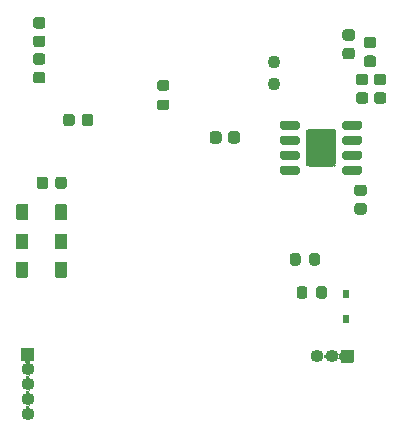
<source format=gbr>
G04 #@! TF.GenerationSoftware,KiCad,Pcbnew,5.1.8-1.fc33*
G04 #@! TF.CreationDate,2020-12-20T15:22:44+01:00*
G04 #@! TF.ProjectId,venom,76656e6f-6d2e-46b6-9963-61645f706362,rev?*
G04 #@! TF.SameCoordinates,Original*
G04 #@! TF.FileFunction,Soldermask,Bot*
G04 #@! TF.FilePolarity,Negative*
%FSLAX46Y46*%
G04 Gerber Fmt 4.6, Leading zero omitted, Abs format (unit mm)*
G04 Created by KiCad (PCBNEW 5.1.8-1.fc33) date 2020-12-20 15:22:44*
%MOMM*%
%LPD*%
G01*
G04 APERTURE LIST*
%ADD10C,1.102000*%
%ADD11O,1.102000X1.102000*%
%ADD12C,0.100000*%
G04 APERTURE END LIST*
D10*
X167894000Y-109728000D03*
X167894000Y-107828000D03*
G36*
G01*
X147774000Y-118361750D02*
X147774000Y-117798250D01*
G75*
G02*
X148018250Y-117554000I244250J0D01*
G01*
X148506750Y-117554000D01*
G75*
G02*
X148751000Y-117798250I0J-244250D01*
G01*
X148751000Y-118361750D01*
G75*
G02*
X148506750Y-118606000I-244250J0D01*
G01*
X148018250Y-118606000D01*
G75*
G02*
X147774000Y-118361750I0J244250D01*
G01*
G37*
G36*
G01*
X149349000Y-118361750D02*
X149349000Y-117798250D01*
G75*
G02*
X149593250Y-117554000I244250J0D01*
G01*
X150081750Y-117554000D01*
G75*
G02*
X150326000Y-117798250I0J-244250D01*
G01*
X150326000Y-118361750D01*
G75*
G02*
X150081750Y-118606000I-244250J0D01*
G01*
X149593250Y-118606000D01*
G75*
G02*
X149349000Y-118361750I0J244250D01*
G01*
G37*
G36*
G01*
X146039000Y-123670000D02*
X146039000Y-122470000D01*
G75*
G02*
X146090000Y-122419000I51000J0D01*
G01*
X146990000Y-122419000D01*
G75*
G02*
X147041000Y-122470000I0J-51000D01*
G01*
X147041000Y-123670000D01*
G75*
G02*
X146990000Y-123721000I-51000J0D01*
G01*
X146090000Y-123721000D01*
G75*
G02*
X146039000Y-123670000I0J51000D01*
G01*
G37*
G36*
G01*
X149339000Y-123670000D02*
X149339000Y-122470000D01*
G75*
G02*
X149390000Y-122419000I51000J0D01*
G01*
X150290000Y-122419000D01*
G75*
G02*
X150341000Y-122470000I0J-51000D01*
G01*
X150341000Y-123670000D01*
G75*
G02*
X150290000Y-123721000I-51000J0D01*
G01*
X149390000Y-123721000D01*
G75*
G02*
X149339000Y-123670000I0J51000D01*
G01*
G37*
G36*
G01*
X147041000Y-124850000D02*
X147041000Y-126050000D01*
G75*
G02*
X146990000Y-126101000I-51000J0D01*
G01*
X146090000Y-126101000D01*
G75*
G02*
X146039000Y-126050000I0J51000D01*
G01*
X146039000Y-124850000D01*
G75*
G02*
X146090000Y-124799000I51000J0D01*
G01*
X146990000Y-124799000D01*
G75*
G02*
X147041000Y-124850000I0J-51000D01*
G01*
G37*
G36*
G01*
X150341000Y-124850000D02*
X150341000Y-126050000D01*
G75*
G02*
X150290000Y-126101000I-51000J0D01*
G01*
X149390000Y-126101000D01*
G75*
G02*
X149339000Y-126050000I0J51000D01*
G01*
X149339000Y-124850000D01*
G75*
G02*
X149390000Y-124799000I51000J0D01*
G01*
X150290000Y-124799000D01*
G75*
G02*
X150341000Y-124850000I0J-51000D01*
G01*
G37*
G36*
G01*
X146049000Y-121160000D02*
X146049000Y-119960000D01*
G75*
G02*
X146100000Y-119909000I51000J0D01*
G01*
X147000000Y-119909000D01*
G75*
G02*
X147051000Y-119960000I0J-51000D01*
G01*
X147051000Y-121160000D01*
G75*
G02*
X147000000Y-121211000I-51000J0D01*
G01*
X146100000Y-121211000D01*
G75*
G02*
X146049000Y-121160000I0J51000D01*
G01*
G37*
G36*
G01*
X149349000Y-121160000D02*
X149349000Y-119960000D01*
G75*
G02*
X149400000Y-119909000I51000J0D01*
G01*
X150300000Y-119909000D01*
G75*
G02*
X150351000Y-119960000I0J-51000D01*
G01*
X150351000Y-121160000D01*
G75*
G02*
X150300000Y-121211000I-51000J0D01*
G01*
X149400000Y-121211000D01*
G75*
G02*
X149349000Y-121160000I0J51000D01*
G01*
G37*
G36*
G01*
X147718250Y-105619000D02*
X148281750Y-105619000D01*
G75*
G02*
X148526000Y-105863250I0J-244250D01*
G01*
X148526000Y-106351750D01*
G75*
G02*
X148281750Y-106596000I-244250J0D01*
G01*
X147718250Y-106596000D01*
G75*
G02*
X147474000Y-106351750I0J244250D01*
G01*
X147474000Y-105863250D01*
G75*
G02*
X147718250Y-105619000I244250J0D01*
G01*
G37*
G36*
G01*
X147718250Y-104044000D02*
X148281750Y-104044000D01*
G75*
G02*
X148526000Y-104288250I0J-244250D01*
G01*
X148526000Y-104776750D01*
G75*
G02*
X148281750Y-105021000I-244250J0D01*
G01*
X147718250Y-105021000D01*
G75*
G02*
X147474000Y-104776750I0J244250D01*
G01*
X147474000Y-104288250D01*
G75*
G02*
X147718250Y-104044000I244250J0D01*
G01*
G37*
G36*
G01*
X147718250Y-107104000D02*
X148281750Y-107104000D01*
G75*
G02*
X148526000Y-107348250I0J-244250D01*
G01*
X148526000Y-107836750D01*
G75*
G02*
X148281750Y-108081000I-244250J0D01*
G01*
X147718250Y-108081000D01*
G75*
G02*
X147474000Y-107836750I0J244250D01*
G01*
X147474000Y-107348250D01*
G75*
G02*
X147718250Y-107104000I244250J0D01*
G01*
G37*
G36*
G01*
X147718250Y-108679000D02*
X148281750Y-108679000D01*
G75*
G02*
X148526000Y-108923250I0J-244250D01*
G01*
X148526000Y-109411750D01*
G75*
G02*
X148281750Y-109656000I-244250J0D01*
G01*
X147718250Y-109656000D01*
G75*
G02*
X147474000Y-109411750I0J244250D01*
G01*
X147474000Y-108923250D01*
G75*
G02*
X147718250Y-108679000I244250J0D01*
G01*
G37*
G36*
G01*
X175058250Y-108844000D02*
X175621750Y-108844000D01*
G75*
G02*
X175866000Y-109088250I0J-244250D01*
G01*
X175866000Y-109576750D01*
G75*
G02*
X175621750Y-109821000I-244250J0D01*
G01*
X175058250Y-109821000D01*
G75*
G02*
X174814000Y-109576750I0J244250D01*
G01*
X174814000Y-109088250D01*
G75*
G02*
X175058250Y-108844000I244250J0D01*
G01*
G37*
G36*
G01*
X175058250Y-110419000D02*
X175621750Y-110419000D01*
G75*
G02*
X175866000Y-110663250I0J-244250D01*
G01*
X175866000Y-111151750D01*
G75*
G02*
X175621750Y-111396000I-244250J0D01*
G01*
X175058250Y-111396000D01*
G75*
G02*
X174814000Y-111151750I0J244250D01*
G01*
X174814000Y-110663250D01*
G75*
G02*
X175058250Y-110419000I244250J0D01*
G01*
G37*
G36*
G01*
X176578250Y-110419000D02*
X177141750Y-110419000D01*
G75*
G02*
X177386000Y-110663250I0J-244250D01*
G01*
X177386000Y-111151750D01*
G75*
G02*
X177141750Y-111396000I-244250J0D01*
G01*
X176578250Y-111396000D01*
G75*
G02*
X176334000Y-111151750I0J244250D01*
G01*
X176334000Y-110663250D01*
G75*
G02*
X176578250Y-110419000I244250J0D01*
G01*
G37*
G36*
G01*
X176578250Y-108844000D02*
X177141750Y-108844000D01*
G75*
G02*
X177386000Y-109088250I0J-244250D01*
G01*
X177386000Y-109576750D01*
G75*
G02*
X177141750Y-109821000I-244250J0D01*
G01*
X176578250Y-109821000D01*
G75*
G02*
X176334000Y-109576750I0J244250D01*
G01*
X176334000Y-109088250D01*
G75*
G02*
X176578250Y-108844000I244250J0D01*
G01*
G37*
G36*
G01*
X170594000Y-116460423D02*
X170594000Y-113779577D01*
G75*
G02*
X170854577Y-113519000I260577J0D01*
G01*
X172845423Y-113519000D01*
G75*
G02*
X173106000Y-113779577I0J-260577D01*
G01*
X173106000Y-116460423D01*
G75*
G02*
X172845423Y-116721000I-260577J0D01*
G01*
X170854577Y-116721000D01*
G75*
G02*
X170594000Y-116460423I0J260577D01*
G01*
G37*
G36*
G01*
X168349000Y-117200500D02*
X168349000Y-116849500D01*
G75*
G02*
X168524500Y-116674000I175500J0D01*
G01*
X169875500Y-116674000D01*
G75*
G02*
X170051000Y-116849500I0J-175500D01*
G01*
X170051000Y-117200500D01*
G75*
G02*
X169875500Y-117376000I-175500J0D01*
G01*
X168524500Y-117376000D01*
G75*
G02*
X168349000Y-117200500I0J175500D01*
G01*
G37*
G36*
G01*
X168349000Y-115930500D02*
X168349000Y-115579500D01*
G75*
G02*
X168524500Y-115404000I175500J0D01*
G01*
X169875500Y-115404000D01*
G75*
G02*
X170051000Y-115579500I0J-175500D01*
G01*
X170051000Y-115930500D01*
G75*
G02*
X169875500Y-116106000I-175500J0D01*
G01*
X168524500Y-116106000D01*
G75*
G02*
X168349000Y-115930500I0J175500D01*
G01*
G37*
G36*
G01*
X168349000Y-114660500D02*
X168349000Y-114309500D01*
G75*
G02*
X168524500Y-114134000I175500J0D01*
G01*
X169875500Y-114134000D01*
G75*
G02*
X170051000Y-114309500I0J-175500D01*
G01*
X170051000Y-114660500D01*
G75*
G02*
X169875500Y-114836000I-175500J0D01*
G01*
X168524500Y-114836000D01*
G75*
G02*
X168349000Y-114660500I0J175500D01*
G01*
G37*
G36*
G01*
X168349000Y-113390500D02*
X168349000Y-113039500D01*
G75*
G02*
X168524500Y-112864000I175500J0D01*
G01*
X169875500Y-112864000D01*
G75*
G02*
X170051000Y-113039500I0J-175500D01*
G01*
X170051000Y-113390500D01*
G75*
G02*
X169875500Y-113566000I-175500J0D01*
G01*
X168524500Y-113566000D01*
G75*
G02*
X168349000Y-113390500I0J175500D01*
G01*
G37*
G36*
G01*
X173649000Y-113390500D02*
X173649000Y-113039500D01*
G75*
G02*
X173824500Y-112864000I175500J0D01*
G01*
X175175500Y-112864000D01*
G75*
G02*
X175351000Y-113039500I0J-175500D01*
G01*
X175351000Y-113390500D01*
G75*
G02*
X175175500Y-113566000I-175500J0D01*
G01*
X173824500Y-113566000D01*
G75*
G02*
X173649000Y-113390500I0J175500D01*
G01*
G37*
G36*
G01*
X173649000Y-114660500D02*
X173649000Y-114309500D01*
G75*
G02*
X173824500Y-114134000I175500J0D01*
G01*
X175175500Y-114134000D01*
G75*
G02*
X175351000Y-114309500I0J-175500D01*
G01*
X175351000Y-114660500D01*
G75*
G02*
X175175500Y-114836000I-175500J0D01*
G01*
X173824500Y-114836000D01*
G75*
G02*
X173649000Y-114660500I0J175500D01*
G01*
G37*
G36*
G01*
X173649000Y-115930500D02*
X173649000Y-115579500D01*
G75*
G02*
X173824500Y-115404000I175500J0D01*
G01*
X175175500Y-115404000D01*
G75*
G02*
X175351000Y-115579500I0J-175500D01*
G01*
X175351000Y-115930500D01*
G75*
G02*
X175175500Y-116106000I-175500J0D01*
G01*
X173824500Y-116106000D01*
G75*
G02*
X173649000Y-115930500I0J175500D01*
G01*
G37*
G36*
G01*
X173649000Y-117200500D02*
X173649000Y-116849500D01*
G75*
G02*
X173824500Y-116674000I175500J0D01*
G01*
X175175500Y-116674000D01*
G75*
G02*
X175351000Y-116849500I0J-175500D01*
G01*
X175351000Y-117200500D01*
G75*
G02*
X175175500Y-117376000I-175500J0D01*
G01*
X173824500Y-117376000D01*
G75*
G02*
X173649000Y-117200500I0J175500D01*
G01*
G37*
G36*
G01*
X174918250Y-118224000D02*
X175481750Y-118224000D01*
G75*
G02*
X175726000Y-118468250I0J-244250D01*
G01*
X175726000Y-118956750D01*
G75*
G02*
X175481750Y-119201000I-244250J0D01*
G01*
X174918250Y-119201000D01*
G75*
G02*
X174674000Y-118956750I0J244250D01*
G01*
X174674000Y-118468250D01*
G75*
G02*
X174918250Y-118224000I244250J0D01*
G01*
G37*
G36*
G01*
X174918250Y-119799000D02*
X175481750Y-119799000D01*
G75*
G02*
X175726000Y-120043250I0J-244250D01*
G01*
X175726000Y-120531750D01*
G75*
G02*
X175481750Y-120776000I-244250J0D01*
G01*
X174918250Y-120776000D01*
G75*
G02*
X174674000Y-120531750I0J244250D01*
G01*
X174674000Y-120043250D01*
G75*
G02*
X174918250Y-119799000I244250J0D01*
G01*
G37*
G36*
G01*
X174481750Y-106051000D02*
X173918250Y-106051000D01*
G75*
G02*
X173674000Y-105806750I0J244250D01*
G01*
X173674000Y-105318250D01*
G75*
G02*
X173918250Y-105074000I244250J0D01*
G01*
X174481750Y-105074000D01*
G75*
G02*
X174726000Y-105318250I0J-244250D01*
G01*
X174726000Y-105806750D01*
G75*
G02*
X174481750Y-106051000I-244250J0D01*
G01*
G37*
G36*
G01*
X174481750Y-107626000D02*
X173918250Y-107626000D01*
G75*
G02*
X173674000Y-107381750I0J244250D01*
G01*
X173674000Y-106893250D01*
G75*
G02*
X173918250Y-106649000I244250J0D01*
G01*
X174481750Y-106649000D01*
G75*
G02*
X174726000Y-106893250I0J-244250D01*
G01*
X174726000Y-107381750D01*
G75*
G02*
X174481750Y-107626000I-244250J0D01*
G01*
G37*
G36*
G01*
X176281750Y-108276000D02*
X175718250Y-108276000D01*
G75*
G02*
X175474000Y-108031750I0J244250D01*
G01*
X175474000Y-107543250D01*
G75*
G02*
X175718250Y-107299000I244250J0D01*
G01*
X176281750Y-107299000D01*
G75*
G02*
X176526000Y-107543250I0J-244250D01*
G01*
X176526000Y-108031750D01*
G75*
G02*
X176281750Y-108276000I-244250J0D01*
G01*
G37*
G36*
G01*
X176281750Y-106701000D02*
X175718250Y-106701000D01*
G75*
G02*
X175474000Y-106456750I0J244250D01*
G01*
X175474000Y-105968250D01*
G75*
G02*
X175718250Y-105724000I244250J0D01*
G01*
X176281750Y-105724000D01*
G75*
G02*
X176526000Y-105968250I0J-244250D01*
G01*
X176526000Y-106456750D01*
G75*
G02*
X176281750Y-106701000I-244250J0D01*
G01*
G37*
G36*
G01*
X152566000Y-112478250D02*
X152566000Y-113041750D01*
G75*
G02*
X152321750Y-113286000I-244250J0D01*
G01*
X151833250Y-113286000D01*
G75*
G02*
X151589000Y-113041750I0J244250D01*
G01*
X151589000Y-112478250D01*
G75*
G02*
X151833250Y-112234000I244250J0D01*
G01*
X152321750Y-112234000D01*
G75*
G02*
X152566000Y-112478250I0J-244250D01*
G01*
G37*
G36*
G01*
X150991000Y-112478250D02*
X150991000Y-113041750D01*
G75*
G02*
X150746750Y-113286000I-244250J0D01*
G01*
X150258250Y-113286000D01*
G75*
G02*
X150014000Y-113041750I0J244250D01*
G01*
X150014000Y-112478250D01*
G75*
G02*
X150258250Y-112234000I244250J0D01*
G01*
X150746750Y-112234000D01*
G75*
G02*
X150991000Y-112478250I0J-244250D01*
G01*
G37*
G36*
G01*
X146461660Y-133093080D02*
X146461660Y-132093080D01*
G75*
G02*
X146512660Y-132042080I51000J0D01*
G01*
X147512660Y-132042080D01*
G75*
G02*
X147563660Y-132093080I0J-51000D01*
G01*
X147563660Y-133093080D01*
G75*
G02*
X147512660Y-133144080I-51000J0D01*
G01*
X146512660Y-133144080D01*
G75*
G02*
X146461660Y-133093080I0J51000D01*
G01*
G37*
D11*
X147012660Y-133863080D03*
X147012660Y-135133080D03*
X147012660Y-136403080D03*
X147012660Y-137673080D03*
G36*
G01*
X162434620Y-114514540D02*
X162434620Y-113963540D01*
G75*
G02*
X162685120Y-113713040I250500J0D01*
G01*
X163186120Y-113713040D01*
G75*
G02*
X163436620Y-113963540I0J-250500D01*
G01*
X163436620Y-114514540D01*
G75*
G02*
X163186120Y-114765040I-250500J0D01*
G01*
X162685120Y-114765040D01*
G75*
G02*
X162434620Y-114514540I0J250500D01*
G01*
G37*
G36*
G01*
X163984620Y-114514540D02*
X163984620Y-113963540D01*
G75*
G02*
X164235120Y-113713040I250500J0D01*
G01*
X164736120Y-113713040D01*
G75*
G02*
X164986620Y-113963540I0J-250500D01*
G01*
X164986620Y-114514540D01*
G75*
G02*
X164736120Y-114765040I-250500J0D01*
G01*
X164235120Y-114765040D01*
G75*
G02*
X163984620Y-114514540I0J250500D01*
G01*
G37*
G36*
G01*
X173757380Y-127140780D02*
X174207380Y-127140780D01*
G75*
G02*
X174258380Y-127191780I0J-51000D01*
G01*
X174258380Y-127791780D01*
G75*
G02*
X174207380Y-127842780I-51000J0D01*
G01*
X173757380Y-127842780D01*
G75*
G02*
X173706380Y-127791780I0J51000D01*
G01*
X173706380Y-127191780D01*
G75*
G02*
X173757380Y-127140780I51000J0D01*
G01*
G37*
G36*
G01*
X173757380Y-129240780D02*
X174207380Y-129240780D01*
G75*
G02*
X174258380Y-129291780I0J-51000D01*
G01*
X174258380Y-129891780D01*
G75*
G02*
X174207380Y-129942780I-51000J0D01*
G01*
X173757380Y-129942780D01*
G75*
G02*
X173706380Y-129891780I0J51000D01*
G01*
X173706380Y-129291780D01*
G75*
G02*
X173757380Y-129240780I51000J0D01*
G01*
G37*
G36*
G01*
X170705160Y-127062720D02*
X170705160Y-127663720D01*
G75*
G02*
X170479660Y-127889220I-225500J0D01*
G01*
X170028660Y-127889220D01*
G75*
G02*
X169803160Y-127663720I0J225500D01*
G01*
X169803160Y-127062720D01*
G75*
G02*
X170028660Y-126837220I225500J0D01*
G01*
X170479660Y-126837220D01*
G75*
G02*
X170705160Y-127062720I0J-225500D01*
G01*
G37*
G36*
G01*
X172355160Y-127062720D02*
X172355160Y-127663720D01*
G75*
G02*
X172129660Y-127889220I-225500J0D01*
G01*
X171678660Y-127889220D01*
G75*
G02*
X171453160Y-127663720I0J225500D01*
G01*
X171453160Y-127062720D01*
G75*
G02*
X171678660Y-126837220I225500J0D01*
G01*
X172129660Y-126837220D01*
G75*
G02*
X172355160Y-127062720I0J-225500D01*
G01*
G37*
G36*
G01*
X169218960Y-124859560D02*
X169218960Y-124258560D01*
G75*
G02*
X169444460Y-124033060I225500J0D01*
G01*
X169895460Y-124033060D01*
G75*
G02*
X170120960Y-124258560I0J-225500D01*
G01*
X170120960Y-124859560D01*
G75*
G02*
X169895460Y-125085060I-225500J0D01*
G01*
X169444460Y-125085060D01*
G75*
G02*
X169218960Y-124859560I0J225500D01*
G01*
G37*
G36*
G01*
X170868960Y-124859560D02*
X170868960Y-124258560D01*
G75*
G02*
X171094460Y-124033060I225500J0D01*
G01*
X171545460Y-124033060D01*
G75*
G02*
X171770960Y-124258560I0J-225500D01*
G01*
X171770960Y-124859560D01*
G75*
G02*
X171545460Y-125085060I-225500J0D01*
G01*
X171094460Y-125085060D01*
G75*
G02*
X170868960Y-124859560I0J225500D01*
G01*
G37*
G36*
G01*
X173568740Y-132219880D02*
X174568740Y-132219880D01*
G75*
G02*
X174619740Y-132270880I0J-51000D01*
G01*
X174619740Y-133270880D01*
G75*
G02*
X174568740Y-133321880I-51000J0D01*
G01*
X173568740Y-133321880D01*
G75*
G02*
X173517740Y-133270880I0J51000D01*
G01*
X173517740Y-132270880D01*
G75*
G02*
X173568740Y-132219880I51000J0D01*
G01*
G37*
X172798740Y-132770880D03*
X171528740Y-132770880D03*
G36*
G01*
X158195500Y-109376560D02*
X158796500Y-109376560D01*
G75*
G02*
X159022000Y-109602060I0J-225500D01*
G01*
X159022000Y-110053060D01*
G75*
G02*
X158796500Y-110278560I-225500J0D01*
G01*
X158195500Y-110278560D01*
G75*
G02*
X157970000Y-110053060I0J225500D01*
G01*
X157970000Y-109602060D01*
G75*
G02*
X158195500Y-109376560I225500J0D01*
G01*
G37*
G36*
G01*
X158195500Y-111026560D02*
X158796500Y-111026560D01*
G75*
G02*
X159022000Y-111252060I0J-225500D01*
G01*
X159022000Y-111703060D01*
G75*
G02*
X158796500Y-111928560I-225500J0D01*
G01*
X158195500Y-111928560D01*
G75*
G02*
X157970000Y-111703060I0J225500D01*
G01*
X157970000Y-111252060D01*
G75*
G02*
X158195500Y-111026560I225500J0D01*
G01*
G37*
D12*
G36*
X147185566Y-136923904D02*
G01*
X147186331Y-136925752D01*
X147185291Y-136927255D01*
X147169269Y-136935818D01*
X147150632Y-136951113D01*
X147135337Y-136969750D01*
X147123972Y-136991014D01*
X147116972Y-137014089D01*
X147114609Y-137038080D01*
X147116972Y-137062071D01*
X147123972Y-137085146D01*
X147135337Y-137106410D01*
X147150632Y-137125047D01*
X147169269Y-137140342D01*
X147185291Y-137148905D01*
X147186347Y-137150604D01*
X147185404Y-137152367D01*
X147183583Y-137152517D01*
X147172025Y-137147730D01*
X147066468Y-137126733D01*
X146958852Y-137126733D01*
X146853295Y-137147730D01*
X146841737Y-137152517D01*
X146839754Y-137152256D01*
X146838989Y-137150408D01*
X146840029Y-137148905D01*
X146856051Y-137140342D01*
X146874688Y-137125047D01*
X146889983Y-137106410D01*
X146901348Y-137085146D01*
X146908348Y-137062071D01*
X146910711Y-137038080D01*
X146908348Y-137014089D01*
X146901348Y-136991014D01*
X146889983Y-136969750D01*
X146874688Y-136951113D01*
X146856051Y-136935818D01*
X146840029Y-136927255D01*
X146838973Y-136925556D01*
X146839916Y-136923793D01*
X146841737Y-136923643D01*
X146853295Y-136928430D01*
X146958852Y-136949427D01*
X147066468Y-136949427D01*
X147172025Y-136928430D01*
X147183583Y-136923643D01*
X147185566Y-136923904D01*
G37*
G36*
X147185566Y-135653904D02*
G01*
X147186331Y-135655752D01*
X147185291Y-135657255D01*
X147169269Y-135665818D01*
X147150632Y-135681113D01*
X147135337Y-135699750D01*
X147123972Y-135721014D01*
X147116972Y-135744089D01*
X147114609Y-135768080D01*
X147116972Y-135792071D01*
X147123972Y-135815146D01*
X147135337Y-135836410D01*
X147150632Y-135855047D01*
X147169269Y-135870342D01*
X147185291Y-135878905D01*
X147186347Y-135880604D01*
X147185404Y-135882367D01*
X147183583Y-135882517D01*
X147172025Y-135877730D01*
X147066468Y-135856733D01*
X146958852Y-135856733D01*
X146853295Y-135877730D01*
X146841737Y-135882517D01*
X146839754Y-135882256D01*
X146838989Y-135880408D01*
X146840029Y-135878905D01*
X146856051Y-135870342D01*
X146874688Y-135855047D01*
X146889983Y-135836410D01*
X146901348Y-135815146D01*
X146908348Y-135792071D01*
X146910711Y-135768080D01*
X146908348Y-135744089D01*
X146901348Y-135721014D01*
X146889983Y-135699750D01*
X146874688Y-135681113D01*
X146856051Y-135665818D01*
X146840029Y-135657255D01*
X146838973Y-135655556D01*
X146839916Y-135653793D01*
X146841737Y-135653643D01*
X146853295Y-135658430D01*
X146958852Y-135679427D01*
X147066468Y-135679427D01*
X147172025Y-135658430D01*
X147183583Y-135653643D01*
X147185566Y-135653904D01*
G37*
G36*
X147185566Y-134383904D02*
G01*
X147186331Y-134385752D01*
X147185291Y-134387255D01*
X147169269Y-134395818D01*
X147150632Y-134411113D01*
X147135337Y-134429750D01*
X147123972Y-134451014D01*
X147116972Y-134474089D01*
X147114609Y-134498080D01*
X147116972Y-134522071D01*
X147123972Y-134545146D01*
X147135337Y-134566410D01*
X147150632Y-134585047D01*
X147169269Y-134600342D01*
X147185291Y-134608905D01*
X147186347Y-134610604D01*
X147185404Y-134612367D01*
X147183583Y-134612517D01*
X147172025Y-134607730D01*
X147066468Y-134586733D01*
X146958852Y-134586733D01*
X146853295Y-134607730D01*
X146841737Y-134612517D01*
X146839754Y-134612256D01*
X146838989Y-134610408D01*
X146840029Y-134608905D01*
X146856051Y-134600342D01*
X146874688Y-134585047D01*
X146889983Y-134566410D01*
X146901348Y-134545146D01*
X146908348Y-134522071D01*
X146910711Y-134498080D01*
X146908348Y-134474089D01*
X146901348Y-134451014D01*
X146889983Y-134429750D01*
X146874688Y-134411113D01*
X146856051Y-134395818D01*
X146840029Y-134387255D01*
X146838973Y-134385556D01*
X146839916Y-134383793D01*
X146841737Y-134383643D01*
X146853295Y-134388430D01*
X146958852Y-134409427D01*
X147066468Y-134409427D01*
X147172025Y-134388430D01*
X147183583Y-134383643D01*
X147185566Y-134383904D01*
G37*
G36*
X147336314Y-133143080D02*
G01*
X147336314Y-133145080D01*
X147334778Y-133146070D01*
X147310591Y-133148452D01*
X147287516Y-133155452D01*
X147266252Y-133166817D01*
X147247615Y-133182112D01*
X147232320Y-133200749D01*
X147220955Y-133222013D01*
X147213955Y-133245088D01*
X147211592Y-133269078D01*
X147213955Y-133293070D01*
X147220955Y-133316145D01*
X147232320Y-133337409D01*
X147247615Y-133356046D01*
X147266330Y-133371404D01*
X147270658Y-133374296D01*
X147271543Y-133376090D01*
X147270432Y-133377753D01*
X147268782Y-133377807D01*
X147172025Y-133337730D01*
X147066468Y-133316733D01*
X146958852Y-133316733D01*
X146853295Y-133337730D01*
X146756538Y-133377807D01*
X146754555Y-133377546D01*
X146753790Y-133375698D01*
X146754662Y-133374296D01*
X146758990Y-133371404D01*
X146777705Y-133356045D01*
X146793000Y-133337408D01*
X146804365Y-133316145D01*
X146811365Y-133293070D01*
X146813728Y-133269078D01*
X146811365Y-133245087D01*
X146804365Y-133222012D01*
X146793000Y-133200749D01*
X146777704Y-133182112D01*
X146759067Y-133166817D01*
X146737804Y-133155452D01*
X146714729Y-133148452D01*
X146690542Y-133146070D01*
X146688916Y-133144905D01*
X146689112Y-133142915D01*
X146690738Y-133142080D01*
X147334582Y-133142080D01*
X147336314Y-133143080D01*
G37*
G36*
X173518905Y-132447332D02*
G01*
X173519740Y-132448958D01*
X173519740Y-133092802D01*
X173518740Y-133094534D01*
X173516740Y-133094534D01*
X173515750Y-133092998D01*
X173513368Y-133068811D01*
X173506368Y-133045736D01*
X173495003Y-133024472D01*
X173479708Y-133005835D01*
X173461071Y-132990540D01*
X173439807Y-132979175D01*
X173416732Y-132972175D01*
X173392741Y-132969812D01*
X173368750Y-132972175D01*
X173345675Y-132979175D01*
X173324411Y-132990540D01*
X173305774Y-133005835D01*
X173290416Y-133024550D01*
X173287524Y-133028878D01*
X173285730Y-133029763D01*
X173284067Y-133028652D01*
X173284013Y-133027002D01*
X173324090Y-132930245D01*
X173345087Y-132824688D01*
X173345087Y-132717072D01*
X173324090Y-132611515D01*
X173284013Y-132514758D01*
X173284274Y-132512775D01*
X173286122Y-132512010D01*
X173287524Y-132512882D01*
X173290416Y-132517210D01*
X173305775Y-132535925D01*
X173324412Y-132551220D01*
X173345675Y-132562585D01*
X173368750Y-132569585D01*
X173392742Y-132571948D01*
X173416733Y-132569585D01*
X173439808Y-132562585D01*
X173461071Y-132551220D01*
X173479708Y-132535924D01*
X173495003Y-132517287D01*
X173506368Y-132496024D01*
X173513368Y-132472949D01*
X173515750Y-132448762D01*
X173516915Y-132447136D01*
X173518905Y-132447332D01*
G37*
G36*
X172278027Y-132598136D02*
G01*
X172278177Y-132599957D01*
X172273390Y-132611515D01*
X172252393Y-132717072D01*
X172252393Y-132824688D01*
X172273390Y-132930245D01*
X172278177Y-132941803D01*
X172277916Y-132943786D01*
X172276068Y-132944551D01*
X172274565Y-132943511D01*
X172266002Y-132927489D01*
X172250707Y-132908852D01*
X172232070Y-132893557D01*
X172210806Y-132882192D01*
X172187731Y-132875192D01*
X172163740Y-132872829D01*
X172139749Y-132875192D01*
X172116674Y-132882192D01*
X172095410Y-132893557D01*
X172076773Y-132908852D01*
X172061478Y-132927489D01*
X172052915Y-132943511D01*
X172051216Y-132944567D01*
X172049453Y-132943624D01*
X172049303Y-132941803D01*
X172054090Y-132930245D01*
X172075087Y-132824688D01*
X172075087Y-132717072D01*
X172054090Y-132611515D01*
X172049303Y-132599957D01*
X172049564Y-132597974D01*
X172051412Y-132597209D01*
X172052915Y-132598249D01*
X172061478Y-132614271D01*
X172076773Y-132632908D01*
X172095410Y-132648203D01*
X172116674Y-132659568D01*
X172139749Y-132666568D01*
X172163740Y-132668931D01*
X172187731Y-132666568D01*
X172210806Y-132659568D01*
X172232070Y-132648203D01*
X172250707Y-132632908D01*
X172266002Y-132614271D01*
X172274565Y-132598249D01*
X172276264Y-132597193D01*
X172278027Y-132598136D01*
G37*
G36*
X170595990Y-116460227D02*
G01*
X170600977Y-116510864D01*
X170615692Y-116559373D01*
X170639586Y-116604076D01*
X170671742Y-116643258D01*
X170710924Y-116675414D01*
X170755627Y-116699308D01*
X170804136Y-116714023D01*
X170854773Y-116719010D01*
X170856399Y-116720175D01*
X170856203Y-116722165D01*
X170854577Y-116723000D01*
X170761651Y-116723000D01*
X170761455Y-116722990D01*
X170723926Y-116719294D01*
X170723541Y-116719218D01*
X170693352Y-116710060D01*
X170692990Y-116709910D01*
X170665175Y-116695043D01*
X170664849Y-116694825D01*
X170640464Y-116674813D01*
X170640187Y-116674536D01*
X170620175Y-116650151D01*
X170619957Y-116649825D01*
X170605090Y-116622010D01*
X170604940Y-116621648D01*
X170595782Y-116591459D01*
X170595706Y-116591074D01*
X170592010Y-116553545D01*
X170592000Y-116553349D01*
X170592000Y-116460423D01*
X170593000Y-116458691D01*
X170595000Y-116458691D01*
X170595990Y-116460227D01*
G37*
G36*
X173107165Y-116458797D02*
G01*
X173108000Y-116460423D01*
X173108000Y-116553349D01*
X173107990Y-116553545D01*
X173104294Y-116591074D01*
X173104218Y-116591459D01*
X173095060Y-116621648D01*
X173094910Y-116622010D01*
X173080043Y-116649825D01*
X173079825Y-116650151D01*
X173059813Y-116674536D01*
X173059536Y-116674813D01*
X173035151Y-116694825D01*
X173034825Y-116695043D01*
X173007010Y-116709910D01*
X173006648Y-116710060D01*
X172976459Y-116719218D01*
X172976074Y-116719294D01*
X172938545Y-116722990D01*
X172938349Y-116723000D01*
X172845423Y-116723000D01*
X172843691Y-116722000D01*
X172843691Y-116720000D01*
X172845227Y-116719010D01*
X172895864Y-116714023D01*
X172944373Y-116699308D01*
X172989076Y-116675414D01*
X173028258Y-116643258D01*
X173060414Y-116604076D01*
X173084308Y-116559373D01*
X173099023Y-116510864D01*
X173104010Y-116460227D01*
X173105175Y-116458601D01*
X173107165Y-116458797D01*
G37*
G36*
X170856309Y-113518000D02*
G01*
X170856309Y-113520000D01*
X170854773Y-113520990D01*
X170804136Y-113525977D01*
X170755627Y-113540692D01*
X170710924Y-113564586D01*
X170671742Y-113596742D01*
X170639586Y-113635924D01*
X170615692Y-113680627D01*
X170600977Y-113729136D01*
X170595990Y-113779773D01*
X170594825Y-113781399D01*
X170592835Y-113781203D01*
X170592000Y-113779577D01*
X170592000Y-113686651D01*
X170592010Y-113686455D01*
X170595706Y-113648926D01*
X170595782Y-113648541D01*
X170604940Y-113618352D01*
X170605090Y-113617990D01*
X170619957Y-113590175D01*
X170620175Y-113589849D01*
X170640187Y-113565464D01*
X170640464Y-113565187D01*
X170664849Y-113545175D01*
X170665175Y-113544957D01*
X170692990Y-113530090D01*
X170693352Y-113529940D01*
X170723541Y-113520782D01*
X170723926Y-113520706D01*
X170761455Y-113517010D01*
X170761651Y-113517000D01*
X170854577Y-113517000D01*
X170856309Y-113518000D01*
G37*
G36*
X172938545Y-113517010D02*
G01*
X172976074Y-113520706D01*
X172976459Y-113520782D01*
X173006648Y-113529940D01*
X173007010Y-113530090D01*
X173034825Y-113544957D01*
X173035151Y-113545175D01*
X173059536Y-113565187D01*
X173059813Y-113565464D01*
X173079825Y-113589849D01*
X173080043Y-113590175D01*
X173094910Y-113617990D01*
X173095060Y-113618352D01*
X173104218Y-113648541D01*
X173104294Y-113648926D01*
X173107990Y-113686455D01*
X173108000Y-113686651D01*
X173108000Y-113779577D01*
X173107000Y-113781309D01*
X173105000Y-113781309D01*
X173104010Y-113779773D01*
X173099023Y-113729136D01*
X173084308Y-113680627D01*
X173060414Y-113635924D01*
X173028258Y-113596742D01*
X172989076Y-113564586D01*
X172944373Y-113540692D01*
X172895864Y-113525977D01*
X172845227Y-113520990D01*
X172843601Y-113519825D01*
X172843797Y-113517835D01*
X172845423Y-113517000D01*
X172938349Y-113517000D01*
X172938545Y-113517010D01*
G37*
M02*

</source>
